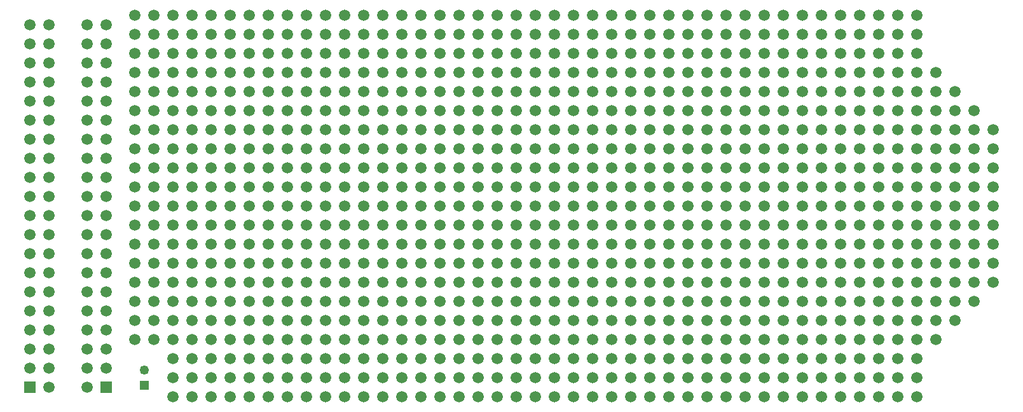
<source format=gbl>
G04*
G04 #@! TF.GenerationSoftware,Altium Limited,Altium Designer,21.9.1 (22)*
G04*
G04 Layer_Physical_Order=2*
G04 Layer_Color=16711680*
%FSLAX25Y25*%
%MOIN*%
G70*
G04*
G04 #@! TF.SameCoordinates,09A2F519-62F4-4556-9982-E7C42AD15BA3*
G04*
G04*
G04 #@! TF.FilePolarity,Positive*
G04*
G01*
G75*
%ADD21C,0.05906*%
%ADD22R,0.05906X0.05906*%
%ADD23C,0.04921*%
%ADD24R,0.04921X0.04921*%
D21*
X585000Y155000D02*
D03*
X595000D02*
D03*
X585000Y145000D02*
D03*
Y195000D02*
D03*
X595000D02*
D03*
Y185000D02*
D03*
X585000D02*
D03*
Y165000D02*
D03*
X595000D02*
D03*
Y175000D02*
D03*
X585000D02*
D03*
Y235000D02*
D03*
X595000D02*
D03*
Y225000D02*
D03*
X585000D02*
D03*
Y205000D02*
D03*
X595000D02*
D03*
Y215000D02*
D03*
X585000D02*
D03*
Y275000D02*
D03*
X595000D02*
D03*
Y265000D02*
D03*
X585000D02*
D03*
Y245000D02*
D03*
X595000D02*
D03*
Y255000D02*
D03*
X585000D02*
D03*
Y285000D02*
D03*
X605000Y255000D02*
D03*
X615000D02*
D03*
Y245000D02*
D03*
X605000D02*
D03*
Y265000D02*
D03*
Y215000D02*
D03*
X615000D02*
D03*
Y205000D02*
D03*
X605000D02*
D03*
Y225000D02*
D03*
X615000D02*
D03*
Y235000D02*
D03*
X605000D02*
D03*
Y175000D02*
D03*
X615000D02*
D03*
X605000Y165000D02*
D03*
Y185000D02*
D03*
X615000D02*
D03*
Y195000D02*
D03*
X605000D02*
D03*
X545000Y155000D02*
D03*
X555000D02*
D03*
Y145000D02*
D03*
X545000D02*
D03*
Y195000D02*
D03*
X555000D02*
D03*
Y185000D02*
D03*
X545000D02*
D03*
Y165000D02*
D03*
X555000D02*
D03*
Y175000D02*
D03*
X545000D02*
D03*
Y235000D02*
D03*
X555000D02*
D03*
Y225000D02*
D03*
X545000D02*
D03*
Y205000D02*
D03*
X555000D02*
D03*
Y215000D02*
D03*
X545000D02*
D03*
Y275000D02*
D03*
X555000D02*
D03*
Y265000D02*
D03*
X545000D02*
D03*
Y245000D02*
D03*
X555000D02*
D03*
Y255000D02*
D03*
X545000D02*
D03*
Y295000D02*
D03*
X555000D02*
D03*
Y285000D02*
D03*
X545000D02*
D03*
Y305000D02*
D03*
X555000D02*
D03*
Y315000D02*
D03*
X545000D02*
D03*
Y135000D02*
D03*
X555000D02*
D03*
Y125000D02*
D03*
X545000D02*
D03*
X555000Y115000D02*
D03*
X545000D02*
D03*
X565000D02*
D03*
X575000D02*
D03*
X565000Y125000D02*
D03*
X575000D02*
D03*
Y135000D02*
D03*
X565000D02*
D03*
Y315000D02*
D03*
X575000D02*
D03*
Y305000D02*
D03*
X565000D02*
D03*
Y285000D02*
D03*
X575000D02*
D03*
Y295000D02*
D03*
X565000D02*
D03*
Y255000D02*
D03*
X575000D02*
D03*
Y245000D02*
D03*
X565000D02*
D03*
Y265000D02*
D03*
X575000D02*
D03*
Y275000D02*
D03*
X565000D02*
D03*
Y215000D02*
D03*
X575000D02*
D03*
Y205000D02*
D03*
X565000D02*
D03*
Y225000D02*
D03*
X575000D02*
D03*
Y235000D02*
D03*
X565000D02*
D03*
Y175000D02*
D03*
X575000D02*
D03*
Y165000D02*
D03*
X565000D02*
D03*
Y185000D02*
D03*
X575000D02*
D03*
Y195000D02*
D03*
X565000D02*
D03*
Y145000D02*
D03*
X575000D02*
D03*
Y155000D02*
D03*
X565000D02*
D03*
X505000D02*
D03*
X515000D02*
D03*
Y145000D02*
D03*
X505000D02*
D03*
Y195000D02*
D03*
X515000D02*
D03*
Y185000D02*
D03*
X505000D02*
D03*
Y165000D02*
D03*
X515000D02*
D03*
Y175000D02*
D03*
X505000D02*
D03*
Y235000D02*
D03*
X515000D02*
D03*
Y225000D02*
D03*
X505000D02*
D03*
Y205000D02*
D03*
X515000D02*
D03*
Y215000D02*
D03*
X505000D02*
D03*
Y275000D02*
D03*
X515000D02*
D03*
Y265000D02*
D03*
X505000D02*
D03*
Y245000D02*
D03*
X515000D02*
D03*
Y255000D02*
D03*
X505000D02*
D03*
Y295000D02*
D03*
X515000D02*
D03*
Y285000D02*
D03*
X505000D02*
D03*
Y305000D02*
D03*
X515000D02*
D03*
Y315000D02*
D03*
X505000D02*
D03*
Y135000D02*
D03*
X515000D02*
D03*
Y125000D02*
D03*
X505000D02*
D03*
X515000Y115000D02*
D03*
X505000D02*
D03*
X525000D02*
D03*
X535000D02*
D03*
X525000Y125000D02*
D03*
X535000D02*
D03*
Y135000D02*
D03*
X525000D02*
D03*
Y315000D02*
D03*
X535000D02*
D03*
Y305000D02*
D03*
X525000D02*
D03*
Y285000D02*
D03*
X535000D02*
D03*
Y295000D02*
D03*
X525000D02*
D03*
Y255000D02*
D03*
X535000D02*
D03*
Y245000D02*
D03*
X525000D02*
D03*
Y265000D02*
D03*
X535000D02*
D03*
Y275000D02*
D03*
X525000D02*
D03*
Y215000D02*
D03*
X535000D02*
D03*
Y205000D02*
D03*
X525000D02*
D03*
Y225000D02*
D03*
X535000D02*
D03*
Y235000D02*
D03*
X525000D02*
D03*
Y175000D02*
D03*
X535000D02*
D03*
Y165000D02*
D03*
X525000D02*
D03*
Y185000D02*
D03*
X535000D02*
D03*
Y195000D02*
D03*
X525000D02*
D03*
Y145000D02*
D03*
X535000D02*
D03*
Y155000D02*
D03*
X525000D02*
D03*
X465000D02*
D03*
X475000D02*
D03*
Y145000D02*
D03*
X465000D02*
D03*
Y195000D02*
D03*
X475000D02*
D03*
Y185000D02*
D03*
X465000D02*
D03*
Y165000D02*
D03*
X475000D02*
D03*
Y175000D02*
D03*
X465000D02*
D03*
Y235000D02*
D03*
X475000D02*
D03*
Y225000D02*
D03*
X465000D02*
D03*
Y205000D02*
D03*
X475000D02*
D03*
Y215000D02*
D03*
X465000D02*
D03*
Y275000D02*
D03*
X475000D02*
D03*
Y265000D02*
D03*
X465000D02*
D03*
Y245000D02*
D03*
X475000D02*
D03*
Y255000D02*
D03*
X465000D02*
D03*
Y295000D02*
D03*
X475000D02*
D03*
Y285000D02*
D03*
X465000D02*
D03*
Y305000D02*
D03*
X475000D02*
D03*
Y315000D02*
D03*
X465000D02*
D03*
Y135000D02*
D03*
X475000D02*
D03*
Y125000D02*
D03*
X465000D02*
D03*
X475000Y115000D02*
D03*
X465000D02*
D03*
X485000D02*
D03*
X495000D02*
D03*
X485000Y125000D02*
D03*
X495000D02*
D03*
Y135000D02*
D03*
X485000D02*
D03*
Y315000D02*
D03*
X495000D02*
D03*
Y305000D02*
D03*
X485000D02*
D03*
Y285000D02*
D03*
X495000D02*
D03*
Y295000D02*
D03*
X485000D02*
D03*
Y255000D02*
D03*
X495000D02*
D03*
Y245000D02*
D03*
X485000D02*
D03*
Y265000D02*
D03*
X495000D02*
D03*
Y275000D02*
D03*
X485000D02*
D03*
Y215000D02*
D03*
X495000D02*
D03*
Y205000D02*
D03*
X485000D02*
D03*
Y225000D02*
D03*
X495000D02*
D03*
Y235000D02*
D03*
X485000D02*
D03*
Y175000D02*
D03*
X495000D02*
D03*
Y165000D02*
D03*
X485000D02*
D03*
Y185000D02*
D03*
X495000D02*
D03*
Y195000D02*
D03*
X485000D02*
D03*
Y145000D02*
D03*
X495000D02*
D03*
Y155000D02*
D03*
X485000D02*
D03*
X425000D02*
D03*
X435000D02*
D03*
Y145000D02*
D03*
X425000D02*
D03*
Y195000D02*
D03*
X435000D02*
D03*
Y185000D02*
D03*
X425000D02*
D03*
Y165000D02*
D03*
X435000D02*
D03*
Y175000D02*
D03*
X425000D02*
D03*
Y235000D02*
D03*
X435000D02*
D03*
Y225000D02*
D03*
X425000D02*
D03*
Y205000D02*
D03*
X435000D02*
D03*
Y215000D02*
D03*
X425000D02*
D03*
Y275000D02*
D03*
X435000D02*
D03*
Y265000D02*
D03*
X425000D02*
D03*
Y245000D02*
D03*
X435000D02*
D03*
Y255000D02*
D03*
X425000D02*
D03*
Y295000D02*
D03*
X435000D02*
D03*
Y285000D02*
D03*
X425000D02*
D03*
Y305000D02*
D03*
X435000D02*
D03*
Y315000D02*
D03*
X425000D02*
D03*
Y135000D02*
D03*
X435000D02*
D03*
Y125000D02*
D03*
X425000D02*
D03*
X435000Y115000D02*
D03*
X425000D02*
D03*
X445000D02*
D03*
X455000D02*
D03*
X445000Y125000D02*
D03*
X455000D02*
D03*
Y135000D02*
D03*
X445000D02*
D03*
Y315000D02*
D03*
X455000D02*
D03*
Y305000D02*
D03*
X445000D02*
D03*
Y285000D02*
D03*
X455000D02*
D03*
Y295000D02*
D03*
X445000D02*
D03*
Y255000D02*
D03*
X455000D02*
D03*
Y245000D02*
D03*
X445000D02*
D03*
Y265000D02*
D03*
X455000D02*
D03*
Y275000D02*
D03*
X445000D02*
D03*
Y215000D02*
D03*
X455000D02*
D03*
Y205000D02*
D03*
X445000D02*
D03*
Y225000D02*
D03*
X455000D02*
D03*
Y235000D02*
D03*
X445000D02*
D03*
Y175000D02*
D03*
X455000D02*
D03*
Y165000D02*
D03*
X445000D02*
D03*
Y185000D02*
D03*
X455000D02*
D03*
Y195000D02*
D03*
X445000D02*
D03*
Y145000D02*
D03*
X455000D02*
D03*
Y155000D02*
D03*
X445000D02*
D03*
X385000D02*
D03*
X395000D02*
D03*
Y145000D02*
D03*
X385000D02*
D03*
Y195000D02*
D03*
X395000D02*
D03*
Y185000D02*
D03*
X385000D02*
D03*
Y165000D02*
D03*
X395000D02*
D03*
Y175000D02*
D03*
X385000D02*
D03*
Y235000D02*
D03*
X395000D02*
D03*
Y225000D02*
D03*
X385000D02*
D03*
Y205000D02*
D03*
X395000D02*
D03*
Y215000D02*
D03*
X385000D02*
D03*
Y275000D02*
D03*
X395000D02*
D03*
Y265000D02*
D03*
X385000D02*
D03*
Y245000D02*
D03*
X395000D02*
D03*
Y255000D02*
D03*
X385000D02*
D03*
Y295000D02*
D03*
X395000D02*
D03*
Y285000D02*
D03*
X385000D02*
D03*
Y305000D02*
D03*
X395000D02*
D03*
Y315000D02*
D03*
X385000D02*
D03*
Y135000D02*
D03*
X395000D02*
D03*
Y125000D02*
D03*
X385000D02*
D03*
X395000Y115000D02*
D03*
X385000D02*
D03*
X405000D02*
D03*
X415000D02*
D03*
X405000Y125000D02*
D03*
X415000D02*
D03*
Y135000D02*
D03*
X405000D02*
D03*
Y315000D02*
D03*
X415000D02*
D03*
Y305000D02*
D03*
X405000D02*
D03*
Y285000D02*
D03*
X415000D02*
D03*
Y295000D02*
D03*
X405000D02*
D03*
Y255000D02*
D03*
X415000D02*
D03*
Y245000D02*
D03*
X405000D02*
D03*
Y265000D02*
D03*
X415000D02*
D03*
Y275000D02*
D03*
X405000D02*
D03*
Y215000D02*
D03*
X415000D02*
D03*
Y205000D02*
D03*
X405000D02*
D03*
Y225000D02*
D03*
X415000D02*
D03*
Y235000D02*
D03*
X405000D02*
D03*
Y175000D02*
D03*
X415000D02*
D03*
Y165000D02*
D03*
X405000D02*
D03*
Y185000D02*
D03*
X415000D02*
D03*
Y195000D02*
D03*
X405000D02*
D03*
Y145000D02*
D03*
X415000D02*
D03*
Y155000D02*
D03*
X405000D02*
D03*
X345000D02*
D03*
X355000D02*
D03*
Y145000D02*
D03*
X345000D02*
D03*
Y195000D02*
D03*
X355000D02*
D03*
Y185000D02*
D03*
X345000D02*
D03*
Y165000D02*
D03*
X355000D02*
D03*
Y175000D02*
D03*
X345000D02*
D03*
Y235000D02*
D03*
X355000D02*
D03*
Y225000D02*
D03*
X345000D02*
D03*
Y205000D02*
D03*
X355000D02*
D03*
Y215000D02*
D03*
X345000D02*
D03*
Y275000D02*
D03*
X355000D02*
D03*
Y265000D02*
D03*
X345000D02*
D03*
Y245000D02*
D03*
X355000D02*
D03*
Y255000D02*
D03*
X345000D02*
D03*
Y295000D02*
D03*
X355000D02*
D03*
Y285000D02*
D03*
X345000D02*
D03*
Y305000D02*
D03*
X355000D02*
D03*
Y315000D02*
D03*
X345000D02*
D03*
Y135000D02*
D03*
X355000D02*
D03*
Y125000D02*
D03*
X345000D02*
D03*
X355000Y115000D02*
D03*
X345000D02*
D03*
X365000D02*
D03*
X375000D02*
D03*
X365000Y125000D02*
D03*
X375000D02*
D03*
Y135000D02*
D03*
X365000D02*
D03*
Y315000D02*
D03*
X375000D02*
D03*
Y305000D02*
D03*
X365000D02*
D03*
Y285000D02*
D03*
X375000D02*
D03*
Y295000D02*
D03*
X365000D02*
D03*
Y255000D02*
D03*
X375000D02*
D03*
Y245000D02*
D03*
X365000D02*
D03*
Y265000D02*
D03*
X375000D02*
D03*
Y275000D02*
D03*
X365000D02*
D03*
Y215000D02*
D03*
X375000D02*
D03*
Y205000D02*
D03*
X365000D02*
D03*
Y225000D02*
D03*
X375000D02*
D03*
Y235000D02*
D03*
X365000D02*
D03*
Y175000D02*
D03*
X375000D02*
D03*
Y165000D02*
D03*
X365000D02*
D03*
Y185000D02*
D03*
X375000D02*
D03*
Y195000D02*
D03*
X365000D02*
D03*
Y145000D02*
D03*
X375000D02*
D03*
Y155000D02*
D03*
X365000D02*
D03*
X305000D02*
D03*
X315000D02*
D03*
Y145000D02*
D03*
X305000D02*
D03*
Y195000D02*
D03*
X315000D02*
D03*
Y185000D02*
D03*
X305000D02*
D03*
Y165000D02*
D03*
X315000D02*
D03*
Y175000D02*
D03*
X305000D02*
D03*
Y235000D02*
D03*
X315000D02*
D03*
Y225000D02*
D03*
X305000D02*
D03*
Y205000D02*
D03*
X315000D02*
D03*
Y215000D02*
D03*
X305000D02*
D03*
Y275000D02*
D03*
X315000D02*
D03*
Y265000D02*
D03*
X305000D02*
D03*
Y245000D02*
D03*
X315000D02*
D03*
Y255000D02*
D03*
X305000D02*
D03*
Y295000D02*
D03*
X315000D02*
D03*
Y285000D02*
D03*
X305000D02*
D03*
Y305000D02*
D03*
X315000D02*
D03*
Y315000D02*
D03*
X305000D02*
D03*
Y135000D02*
D03*
X315000D02*
D03*
Y125000D02*
D03*
X305000D02*
D03*
X315000Y115000D02*
D03*
X305000D02*
D03*
X325000D02*
D03*
X335000D02*
D03*
X325000Y125000D02*
D03*
X335000D02*
D03*
Y135000D02*
D03*
X325000D02*
D03*
Y315000D02*
D03*
X335000D02*
D03*
Y305000D02*
D03*
X325000D02*
D03*
Y285000D02*
D03*
X335000D02*
D03*
Y295000D02*
D03*
X325000D02*
D03*
Y255000D02*
D03*
X335000D02*
D03*
Y245000D02*
D03*
X325000D02*
D03*
Y265000D02*
D03*
X335000D02*
D03*
Y275000D02*
D03*
X325000D02*
D03*
Y215000D02*
D03*
X335000D02*
D03*
Y205000D02*
D03*
X325000D02*
D03*
Y225000D02*
D03*
X335000D02*
D03*
Y235000D02*
D03*
X325000D02*
D03*
Y175000D02*
D03*
X335000D02*
D03*
Y165000D02*
D03*
X325000D02*
D03*
Y185000D02*
D03*
X335000D02*
D03*
Y195000D02*
D03*
X325000D02*
D03*
Y145000D02*
D03*
X335000D02*
D03*
Y155000D02*
D03*
X325000D02*
D03*
X265000D02*
D03*
X275000D02*
D03*
Y145000D02*
D03*
X265000D02*
D03*
Y195000D02*
D03*
X275000D02*
D03*
Y185000D02*
D03*
X265000D02*
D03*
Y165000D02*
D03*
X275000D02*
D03*
Y175000D02*
D03*
X265000D02*
D03*
Y235000D02*
D03*
X275000D02*
D03*
Y225000D02*
D03*
X265000D02*
D03*
Y205000D02*
D03*
X275000D02*
D03*
Y215000D02*
D03*
X265000D02*
D03*
Y275000D02*
D03*
X275000D02*
D03*
Y265000D02*
D03*
X265000D02*
D03*
Y245000D02*
D03*
X275000D02*
D03*
Y255000D02*
D03*
X265000D02*
D03*
Y295000D02*
D03*
X275000D02*
D03*
Y285000D02*
D03*
X265000D02*
D03*
Y305000D02*
D03*
X275000D02*
D03*
Y315000D02*
D03*
X265000D02*
D03*
Y135000D02*
D03*
X275000D02*
D03*
Y125000D02*
D03*
X265000D02*
D03*
X275000Y115000D02*
D03*
X265000D02*
D03*
X285000D02*
D03*
X295000D02*
D03*
X285000Y125000D02*
D03*
X295000D02*
D03*
Y135000D02*
D03*
X285000D02*
D03*
Y315000D02*
D03*
X295000D02*
D03*
Y305000D02*
D03*
X285000D02*
D03*
Y285000D02*
D03*
X295000D02*
D03*
Y295000D02*
D03*
X285000D02*
D03*
Y255000D02*
D03*
X295000D02*
D03*
Y245000D02*
D03*
X285000D02*
D03*
Y265000D02*
D03*
X295000D02*
D03*
Y275000D02*
D03*
X285000D02*
D03*
Y215000D02*
D03*
X295000D02*
D03*
Y205000D02*
D03*
X285000D02*
D03*
Y225000D02*
D03*
X295000D02*
D03*
Y235000D02*
D03*
X285000D02*
D03*
Y175000D02*
D03*
X295000D02*
D03*
Y165000D02*
D03*
X285000D02*
D03*
Y185000D02*
D03*
X295000D02*
D03*
Y195000D02*
D03*
X285000D02*
D03*
Y145000D02*
D03*
X295000D02*
D03*
Y155000D02*
D03*
X285000D02*
D03*
X225000D02*
D03*
X235000D02*
D03*
Y145000D02*
D03*
X225000D02*
D03*
Y195000D02*
D03*
X235000D02*
D03*
Y185000D02*
D03*
X225000D02*
D03*
Y165000D02*
D03*
X235000D02*
D03*
Y175000D02*
D03*
X225000D02*
D03*
Y235000D02*
D03*
X235000D02*
D03*
Y225000D02*
D03*
X225000D02*
D03*
Y205000D02*
D03*
X235000D02*
D03*
Y215000D02*
D03*
X225000D02*
D03*
Y275000D02*
D03*
X235000D02*
D03*
Y265000D02*
D03*
X225000D02*
D03*
Y245000D02*
D03*
X235000D02*
D03*
Y255000D02*
D03*
X225000D02*
D03*
Y295000D02*
D03*
X235000D02*
D03*
Y285000D02*
D03*
X225000D02*
D03*
Y305000D02*
D03*
X235000D02*
D03*
Y315000D02*
D03*
X225000D02*
D03*
Y135000D02*
D03*
X235000D02*
D03*
Y125000D02*
D03*
X225000D02*
D03*
X235000Y115000D02*
D03*
X225000D02*
D03*
X245000D02*
D03*
X255000D02*
D03*
X245000Y125000D02*
D03*
X255000D02*
D03*
Y135000D02*
D03*
X245000D02*
D03*
Y315000D02*
D03*
X255000D02*
D03*
Y305000D02*
D03*
X245000D02*
D03*
Y285000D02*
D03*
X255000D02*
D03*
Y295000D02*
D03*
X245000D02*
D03*
Y255000D02*
D03*
X255000D02*
D03*
Y245000D02*
D03*
X245000D02*
D03*
Y265000D02*
D03*
X255000D02*
D03*
Y275000D02*
D03*
X245000D02*
D03*
Y215000D02*
D03*
X255000D02*
D03*
Y205000D02*
D03*
X245000D02*
D03*
Y225000D02*
D03*
X255000D02*
D03*
Y235000D02*
D03*
X245000D02*
D03*
Y175000D02*
D03*
X255000D02*
D03*
Y165000D02*
D03*
X245000D02*
D03*
Y185000D02*
D03*
X255000D02*
D03*
Y195000D02*
D03*
X245000D02*
D03*
Y145000D02*
D03*
X255000D02*
D03*
Y155000D02*
D03*
X245000D02*
D03*
X205000D02*
D03*
X215000D02*
D03*
Y145000D02*
D03*
X205000D02*
D03*
Y195000D02*
D03*
X215000D02*
D03*
Y185000D02*
D03*
X205000D02*
D03*
Y165000D02*
D03*
X215000D02*
D03*
Y175000D02*
D03*
X205000D02*
D03*
Y235000D02*
D03*
X215000D02*
D03*
Y225000D02*
D03*
X205000D02*
D03*
Y205000D02*
D03*
X215000D02*
D03*
Y215000D02*
D03*
X205000D02*
D03*
Y275000D02*
D03*
X215000D02*
D03*
Y265000D02*
D03*
X205000D02*
D03*
Y245000D02*
D03*
X215000D02*
D03*
Y255000D02*
D03*
X205000D02*
D03*
Y295000D02*
D03*
X215000D02*
D03*
Y285000D02*
D03*
X205000D02*
D03*
Y305000D02*
D03*
X215000D02*
D03*
Y315000D02*
D03*
X205000D02*
D03*
Y135000D02*
D03*
X215000D02*
D03*
Y125000D02*
D03*
X205000D02*
D03*
X215000Y115000D02*
D03*
X205000D02*
D03*
X185000D02*
D03*
X195000D02*
D03*
X185000Y125000D02*
D03*
X195000D02*
D03*
Y135000D02*
D03*
X185000D02*
D03*
Y315000D02*
D03*
X195000D02*
D03*
Y305000D02*
D03*
X185000D02*
D03*
Y285000D02*
D03*
X195000D02*
D03*
Y295000D02*
D03*
X185000D02*
D03*
Y255000D02*
D03*
X195000D02*
D03*
Y245000D02*
D03*
X185000D02*
D03*
Y265000D02*
D03*
X195000D02*
D03*
Y275000D02*
D03*
X185000D02*
D03*
Y215000D02*
D03*
X195000D02*
D03*
Y205000D02*
D03*
X185000D02*
D03*
Y225000D02*
D03*
X195000D02*
D03*
Y235000D02*
D03*
X185000D02*
D03*
Y175000D02*
D03*
X195000D02*
D03*
Y165000D02*
D03*
X185000D02*
D03*
Y185000D02*
D03*
X195000D02*
D03*
Y195000D02*
D03*
X185000D02*
D03*
Y145000D02*
D03*
X195000D02*
D03*
Y155000D02*
D03*
X185000D02*
D03*
X165000D02*
D03*
X175000D02*
D03*
Y145000D02*
D03*
X165000D02*
D03*
Y195000D02*
D03*
X175000D02*
D03*
Y185000D02*
D03*
X165000D02*
D03*
Y165000D02*
D03*
X175000D02*
D03*
Y175000D02*
D03*
X165000D02*
D03*
Y235000D02*
D03*
X175000D02*
D03*
Y225000D02*
D03*
X165000D02*
D03*
Y205000D02*
D03*
X175000D02*
D03*
Y215000D02*
D03*
X165000D02*
D03*
Y275000D02*
D03*
X175000D02*
D03*
Y265000D02*
D03*
X165000D02*
D03*
Y245000D02*
D03*
X175000D02*
D03*
Y255000D02*
D03*
X165000D02*
D03*
Y295000D02*
D03*
X175000D02*
D03*
Y285000D02*
D03*
X165000D02*
D03*
Y305000D02*
D03*
X175000D02*
D03*
Y315000D02*
D03*
X165000D02*
D03*
X120000Y120000D02*
D03*
X110000Y130000D02*
D03*
X120000D02*
D03*
X110000Y140000D02*
D03*
X120000D02*
D03*
X110000Y150000D02*
D03*
X120000D02*
D03*
X110000Y160000D02*
D03*
X120000D02*
D03*
X110000Y170000D02*
D03*
X120000D02*
D03*
X110000Y180000D02*
D03*
X120000D02*
D03*
X110000Y190000D02*
D03*
X120000D02*
D03*
X110000Y200000D02*
D03*
X120000D02*
D03*
X110000Y210000D02*
D03*
X120000D02*
D03*
X110000Y220000D02*
D03*
X120000D02*
D03*
X110000Y230000D02*
D03*
X120000D02*
D03*
X110000Y240000D02*
D03*
X120000D02*
D03*
X110000Y250000D02*
D03*
X120000D02*
D03*
X110000Y260000D02*
D03*
X120000D02*
D03*
X110000Y270000D02*
D03*
X120000D02*
D03*
X110000Y280000D02*
D03*
X120000D02*
D03*
X110000Y290000D02*
D03*
X120000D02*
D03*
X110000Y300000D02*
D03*
X120000D02*
D03*
X110000Y310000D02*
D03*
X120000D02*
D03*
X140000D02*
D03*
X150000D02*
D03*
X140000Y300000D02*
D03*
X150000D02*
D03*
X140000Y290000D02*
D03*
X150000D02*
D03*
X140000Y280000D02*
D03*
X150000D02*
D03*
X140000Y270000D02*
D03*
X150000D02*
D03*
X140000Y260000D02*
D03*
X150000D02*
D03*
X140000Y250000D02*
D03*
X150000D02*
D03*
X140000Y240000D02*
D03*
X150000D02*
D03*
X140000Y230000D02*
D03*
X150000D02*
D03*
X140000Y220000D02*
D03*
X150000D02*
D03*
X140000Y210000D02*
D03*
X150000D02*
D03*
X140000Y200000D02*
D03*
X150000D02*
D03*
X140000Y190000D02*
D03*
X150000D02*
D03*
X140000Y180000D02*
D03*
X150000D02*
D03*
X140000Y170000D02*
D03*
X150000D02*
D03*
X140000Y160000D02*
D03*
X150000D02*
D03*
X140000Y150000D02*
D03*
X150000D02*
D03*
X140000Y140000D02*
D03*
X150000D02*
D03*
X140000Y130000D02*
D03*
X150000D02*
D03*
X140000Y120000D02*
D03*
D22*
X110000D02*
D03*
X150000D02*
D03*
D23*
X170000Y128937D02*
D03*
D24*
X170000Y121063D02*
D03*
M02*

</source>
